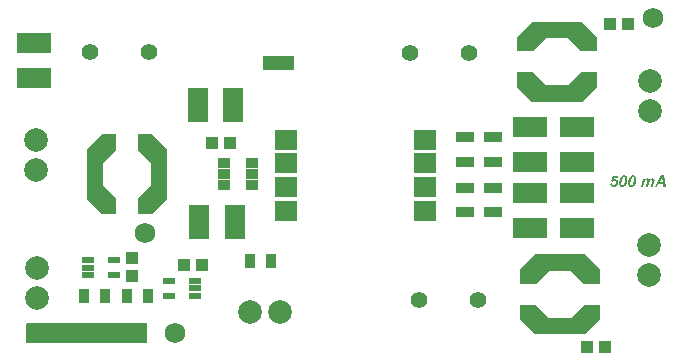
<source format=gts>
G04 Layer_Color=20142*
%FSLAX44Y44*%
%MOMM*%
G71*
G01*
G75*
%ADD12R,4.0000X1.0000*%
%ADD18R,1.0000X4.0000*%
G04:AMPARAMS|DCode=32|XSize=1.0922mm|YSize=1.0922mm|CornerRadius=0.2127mm|HoleSize=0mm|Usage=FLASHONLY|Rotation=180.000|XOffset=0mm|YOffset=0mm|HoleType=Round|Shape=RoundedRectangle|*
%AMROUNDEDRECTD32*
21,1,1.0922,0.6667,0,0,180.0*
21,1,0.6667,1.0922,0,0,180.0*
1,1,0.4254,-0.3334,0.3334*
1,1,0.4254,0.3334,0.3334*
1,1,0.4254,0.3334,-0.3334*
1,1,0.4254,-0.3334,-0.3334*
%
%ADD32ROUNDEDRECTD32*%
%ADD33R,1.9032X1.8032*%
%ADD34R,3.0032X1.7032*%
%ADD35R,1.5532X0.8532*%
%ADD36R,1.1032X0.6032*%
G04:AMPARAMS|DCode=37|XSize=1.0922mm|YSize=1.0922mm|CornerRadius=0.2127mm|HoleSize=0mm|Usage=FLASHONLY|Rotation=90.000|XOffset=0mm|YOffset=0mm|HoleType=Round|Shape=RoundedRectangle|*
%AMROUNDEDRECTD37*
21,1,1.0922,0.6667,0,0,90.0*
21,1,0.6667,1.0922,0,0,90.0*
1,1,0.4254,0.3334,0.3334*
1,1,0.4254,0.3334,-0.3334*
1,1,0.4254,-0.3334,-0.3334*
1,1,0.4254,-0.3334,0.3334*
%
%ADD37ROUNDEDRECTD37*%
%ADD38R,0.9652X1.3032*%
%ADD39R,1.1032X0.8532*%
%ADD40R,1.7032X3.0032*%
%ADD41C,2.0032*%
%ADD42C,1.4032*%
%ADD43C,1.7272*%
G36*
X803452Y924312D02*
X800195D01*
X799758Y922804D01*
X799772D01*
X799801Y922832D01*
X799857Y922846D01*
X799928Y922874D01*
X800111Y922931D01*
X800308Y922987D01*
X800322D01*
X800350Y923001D01*
X800407Y923015D01*
X800491Y923029D01*
X800661Y923044D01*
X800872Y923058D01*
X800985D01*
X801055Y923044D01*
X801154Y923029D01*
X801267Y923015D01*
X801520Y922959D01*
X801802Y922874D01*
X802113Y922733D01*
X802268Y922649D01*
X802423Y922550D01*
X802564Y922437D01*
X802705Y922296D01*
X802719Y922282D01*
X802733Y922268D01*
X802775Y922226D01*
X802817Y922155D01*
X802874Y922085D01*
X802930Y922000D01*
X803001Y921888D01*
X803071Y921761D01*
X803142Y921634D01*
X803212Y921479D01*
X803269Y921310D01*
X803325Y921126D01*
X803410Y920732D01*
X803424Y920506D01*
X803438Y920281D01*
Y920266D01*
Y920238D01*
Y920182D01*
X803424Y920111D01*
Y920013D01*
X803410Y919914D01*
X803395Y919787D01*
X803381Y919646D01*
X803311Y919350D01*
X803226Y919012D01*
X803099Y918645D01*
X802930Y918279D01*
Y918265D01*
X802902Y918236D01*
X802874Y918180D01*
X802831Y918124D01*
X802789Y918039D01*
X802719Y917940D01*
X802564Y917715D01*
X802366Y917475D01*
X802127Y917221D01*
X801845Y916982D01*
X801520Y916770D01*
X801506D01*
X801478Y916742D01*
X801436Y916728D01*
X801365Y916686D01*
X801281Y916644D01*
X801182Y916601D01*
X800957Y916517D01*
X800675Y916418D01*
X800365Y916333D01*
X800026Y916277D01*
X799660Y916249D01*
X799533D01*
X799448Y916263D01*
X799350Y916277D01*
X799223Y916291D01*
X799082Y916319D01*
X798927Y916347D01*
X798602Y916446D01*
X798264Y916587D01*
X798095Y916672D01*
X797926Y916784D01*
X797757Y916897D01*
X797601Y917038D01*
X797587Y917052D01*
X797573Y917081D01*
X797531Y917123D01*
X797475Y917179D01*
X797418Y917264D01*
X797348Y917362D01*
X797277Y917475D01*
X797207Y917616D01*
X797122Y917757D01*
X797052Y917912D01*
X796981Y918095D01*
X796925Y918293D01*
X796869Y918490D01*
X796826Y918716D01*
X796812Y918941D01*
X796798Y919195D01*
X798659Y919364D01*
Y919336D01*
Y919280D01*
X798645Y919209D01*
Y919153D01*
Y919139D01*
Y919125D01*
Y919040D01*
X798659Y918927D01*
X798687Y918772D01*
X798715Y918603D01*
X798772Y918434D01*
X798842Y918279D01*
X798941Y918138D01*
X798955Y918124D01*
X798997Y918081D01*
X799068Y918039D01*
X799152Y917983D01*
X799265Y917912D01*
X799406Y917870D01*
X799561Y917828D01*
X799730Y917813D01*
X799758D01*
X799843Y917828D01*
X799984Y917842D01*
X800139Y917898D01*
X800336Y917969D01*
X800548Y918081D01*
X800759Y918251D01*
X800872Y918349D01*
X800971Y918462D01*
Y918476D01*
X800999Y918490D01*
X801027Y918532D01*
X801055Y918589D01*
X801098Y918645D01*
X801154Y918730D01*
X801253Y918927D01*
X801351Y919181D01*
X801450Y919491D01*
X801506Y919858D01*
X801535Y920266D01*
Y920281D01*
Y920295D01*
Y920379D01*
X801520Y920506D01*
X801492Y920647D01*
X801450Y920816D01*
X801394Y920985D01*
X801323Y921154D01*
X801210Y921295D01*
X801196Y921310D01*
X801154Y921352D01*
X801084Y921408D01*
X800985Y921479D01*
X800872Y921535D01*
X800731Y921591D01*
X800562Y921634D01*
X800379Y921648D01*
X800308D01*
X800238Y921634D01*
X800139Y921620D01*
X800026Y921606D01*
X799913Y921577D01*
X799772Y921521D01*
X799646Y921465D01*
X799632Y921451D01*
X799589Y921436D01*
X799519Y921394D01*
X799434Y921338D01*
X799335Y921267D01*
X799223Y921169D01*
X799110Y921070D01*
X798983Y920943D01*
X797418Y921056D01*
X798898Y926060D01*
X803818D01*
X803452Y924312D01*
D02*
G37*
G36*
X832872Y923636D02*
X833055Y923607D01*
X833267Y923551D01*
X833493Y923466D01*
X833704Y923354D01*
X833887Y923199D01*
X833901Y923185D01*
X833958Y923114D01*
X834042Y923015D01*
X834127Y922874D01*
X834211Y922705D01*
X834296Y922508D01*
X834352Y922268D01*
X834367Y922000D01*
Y921986D01*
Y921930D01*
X834352Y921831D01*
X834338Y921704D01*
X834324Y921535D01*
X834282Y921310D01*
X834240Y921042D01*
X834169Y920732D01*
X833239Y916432D01*
X831350D01*
X832266Y920732D01*
Y920746D01*
X832280Y920774D01*
Y920802D01*
X832294Y920859D01*
X832322Y920999D01*
X832351Y921154D01*
X832379Y921310D01*
X832407Y921465D01*
X832435Y921577D01*
Y921620D01*
Y921648D01*
Y921662D01*
Y921704D01*
X832421Y921747D01*
X832407Y921817D01*
X832365Y921972D01*
X832308Y922043D01*
X832252Y922113D01*
X832238Y922127D01*
X832224Y922141D01*
X832181Y922169D01*
X832125Y922212D01*
X832055Y922240D01*
X831956Y922268D01*
X831857Y922282D01*
X831730Y922296D01*
X831660D01*
X831603Y922282D01*
X831462Y922254D01*
X831293Y922198D01*
X831096Y922113D01*
X830870Y921972D01*
X830758Y921888D01*
X830645Y921789D01*
X830546Y921676D01*
X830433Y921535D01*
X830419Y921507D01*
X830391Y921479D01*
X830363Y921436D01*
X830335Y921366D01*
X830293Y921295D01*
X830236Y921197D01*
X830194Y921098D01*
X830137Y920971D01*
X830081Y920830D01*
X830025Y920675D01*
X829968Y920506D01*
X829898Y920323D01*
X829841Y920111D01*
X829785Y919886D01*
X829729Y919632D01*
X829052Y916432D01*
X827163D01*
X828051Y920689D01*
Y920703D01*
X828065Y920717D01*
X828079Y920816D01*
X828107Y920943D01*
X828136Y921084D01*
X828164Y921253D01*
X828178Y921408D01*
X828206Y921549D01*
Y921648D01*
Y921662D01*
Y921690D01*
X828192Y921747D01*
X828178Y921817D01*
X828121Y921958D01*
X828079Y922043D01*
X828009Y922113D01*
X827995Y922127D01*
X827981Y922141D01*
X827938Y922169D01*
X827882Y922212D01*
X827797Y922240D01*
X827713Y922268D01*
X827614Y922282D01*
X827487Y922296D01*
X827431D01*
X827374Y922282D01*
X827290Y922268D01*
X827191Y922254D01*
X827078Y922212D01*
X826966Y922169D01*
X826839Y922099D01*
X826825Y922085D01*
X826782Y922071D01*
X826712Y922029D01*
X826641Y921972D01*
X826543Y921902D01*
X826444Y921803D01*
X826345Y921704D01*
X826247Y921591D01*
X826233Y921577D01*
X826204Y921535D01*
X826162Y921465D01*
X826106Y921366D01*
X826035Y921253D01*
X825965Y921098D01*
X825894Y920943D01*
X825824Y920760D01*
Y920746D01*
X825810Y920703D01*
X825781Y920633D01*
X825753Y920534D01*
X825725Y920393D01*
X825669Y920196D01*
X825612Y919970D01*
X825584Y919829D01*
X825542Y919674D01*
X824865Y916432D01*
X822976D01*
X824456Y923509D01*
X826247D01*
X826077Y922649D01*
X826092Y922663D01*
X826120Y922691D01*
X826176Y922747D01*
X826261Y922804D01*
X826359Y922888D01*
X826472Y922973D01*
X826599Y923058D01*
X826754Y923156D01*
X827093Y923339D01*
X827459Y923509D01*
X827670Y923565D01*
X827868Y923622D01*
X828093Y923650D01*
X828305Y923664D01*
X828432D01*
X828587Y923650D01*
X828756Y923622D01*
X828953Y923579D01*
X829165Y923523D01*
X829362Y923438D01*
X829531Y923325D01*
X829545Y923311D01*
X829602Y923269D01*
X829672Y923185D01*
X829771Y923086D01*
X829855Y922959D01*
X829954Y922790D01*
X830039Y922621D01*
X830095Y922409D01*
X830109Y922437D01*
X830166Y922494D01*
X830250Y922592D01*
X830363Y922719D01*
X830518Y922860D01*
X830687Y923001D01*
X830899Y923156D01*
X831138Y923297D01*
X831152D01*
X831167Y923311D01*
X831209Y923325D01*
X831265Y923354D01*
X831392Y923410D01*
X831575Y923481D01*
X831787Y923551D01*
X832040Y923607D01*
X832294Y923650D01*
X832576Y923664D01*
X832717D01*
X832872Y923636D01*
D02*
G37*
G36*
X404368Y784098D02*
X302514D01*
Y800354D01*
X303022Y800862D01*
X404368D01*
Y784098D01*
D02*
G37*
G36*
X808794Y926229D02*
X808893Y926215D01*
X809006Y926201D01*
X809288Y926131D01*
X809598Y926032D01*
X809753Y925962D01*
X809922Y925877D01*
X810077Y925778D01*
X810247Y925651D01*
X810402Y925525D01*
X810543Y925369D01*
X810557Y925355D01*
X810571Y925327D01*
X810613Y925285D01*
X810669Y925214D01*
X810726Y925116D01*
X810782Y925017D01*
X810853Y924890D01*
X810937Y924735D01*
X811008Y924566D01*
X811078Y924383D01*
X811135Y924171D01*
X811191Y923960D01*
X811247Y923706D01*
X811290Y923452D01*
X811304Y923170D01*
X811318Y922874D01*
Y922860D01*
Y922804D01*
Y922719D01*
X811304Y922607D01*
Y922480D01*
X811290Y922310D01*
X811276Y922127D01*
X811247Y921916D01*
X811219Y921676D01*
X811177Y921436D01*
X811135Y921169D01*
X811078Y920901D01*
X810937Y920309D01*
X810754Y919688D01*
Y919674D01*
X810726Y919618D01*
X810698Y919533D01*
X810655Y919421D01*
X810599Y919280D01*
X810528Y919110D01*
X810444Y918941D01*
X810359Y918744D01*
X810134Y918335D01*
X809880Y917912D01*
X809584Y917503D01*
X809415Y917306D01*
X809246Y917137D01*
X809232Y917123D01*
X809203Y917095D01*
X809147Y917052D01*
X809077Y916996D01*
X808992Y916925D01*
X808879Y916855D01*
X808766Y916770D01*
X808625Y916700D01*
X808301Y916531D01*
X807949Y916390D01*
X807751Y916333D01*
X807540Y916291D01*
X807328Y916263D01*
X807103Y916249D01*
X806990D01*
X806906Y916263D01*
X806807Y916277D01*
X806694Y916291D01*
X806412Y916361D01*
X806102Y916460D01*
X805947Y916531D01*
X805778Y916615D01*
X805609Y916714D01*
X805454Y916827D01*
X805298Y916954D01*
X805143Y917109D01*
X805129Y917123D01*
X805115Y917151D01*
X805073Y917193D01*
X805031Y917264D01*
X804974Y917362D01*
X804904Y917461D01*
X804833Y917588D01*
X804763Y917743D01*
X804692Y917912D01*
X804622Y918095D01*
X804565Y918293D01*
X804495Y918518D01*
X804453Y918758D01*
X804410Y919012D01*
X804396Y919294D01*
X804382Y919590D01*
Y919604D01*
Y919660D01*
Y919731D01*
X804396Y919844D01*
Y919984D01*
X804410Y920139D01*
X804425Y920323D01*
X804439Y920520D01*
X804467Y920732D01*
X804509Y920971D01*
X804594Y921479D01*
X804706Y922014D01*
X804876Y922578D01*
X804890Y922607D01*
X804904Y922663D01*
X804946Y922762D01*
X804988Y922888D01*
X805045Y923044D01*
X805129Y923213D01*
X805214Y923410D01*
X805313Y923622D01*
X805538Y924073D01*
X805806Y924524D01*
X805947Y924749D01*
X806116Y924961D01*
X806285Y925158D01*
X806454Y925341D01*
X806469Y925355D01*
X806497Y925384D01*
X806553Y925426D01*
X806624Y925482D01*
X806708Y925553D01*
X806821Y925623D01*
X806948Y925708D01*
X807089Y925792D01*
X807399Y925962D01*
X807766Y926103D01*
X807963Y926159D01*
X808160Y926201D01*
X808372Y926229D01*
X808597Y926244D01*
X808710D01*
X808794Y926229D01*
D02*
G37*
G36*
X816379D02*
X816477Y926215D01*
X816590Y926201D01*
X816872Y926131D01*
X817182Y926032D01*
X817337Y925962D01*
X817506Y925877D01*
X817662Y925778D01*
X817831Y925651D01*
X817986Y925525D01*
X818127Y925369D01*
X818141Y925355D01*
X818155Y925327D01*
X818197Y925285D01*
X818254Y925214D01*
X818310Y925116D01*
X818366Y925017D01*
X818437Y924890D01*
X818521Y924735D01*
X818592Y924566D01*
X818662Y924383D01*
X818719Y924171D01*
X818775Y923960D01*
X818832Y923706D01*
X818874Y923452D01*
X818888Y923170D01*
X818902Y922874D01*
Y922860D01*
Y922804D01*
Y922719D01*
X818888Y922607D01*
Y922480D01*
X818874Y922310D01*
X818860Y922127D01*
X818832Y921916D01*
X818803Y921676D01*
X818761Y921436D01*
X818719Y921169D01*
X818662Y920901D01*
X818521Y920309D01*
X818338Y919688D01*
Y919674D01*
X818310Y919618D01*
X818282Y919533D01*
X818240Y919421D01*
X818183Y919280D01*
X818113Y919110D01*
X818028Y918941D01*
X817943Y918744D01*
X817718Y918335D01*
X817464Y917912D01*
X817168Y917503D01*
X816999Y917306D01*
X816830Y917137D01*
X816816Y917123D01*
X816787Y917095D01*
X816731Y917052D01*
X816661Y916996D01*
X816576Y916925D01*
X816463Y916855D01*
X816350Y916770D01*
X816210Y916700D01*
X815885Y916531D01*
X815533Y916390D01*
X815336Y916333D01*
X815124Y916291D01*
X814913Y916263D01*
X814687Y916249D01*
X814574D01*
X814490Y916263D01*
X814391Y916277D01*
X814278Y916291D01*
X813996Y916361D01*
X813686Y916460D01*
X813531Y916531D01*
X813362Y916615D01*
X813193Y916714D01*
X813038Y916827D01*
X812883Y916954D01*
X812728Y917109D01*
X812713Y917123D01*
X812699Y917151D01*
X812657Y917193D01*
X812615Y917264D01*
X812558Y917362D01*
X812488Y917461D01*
X812418Y917588D01*
X812347Y917743D01*
X812277Y917912D01*
X812206Y918095D01*
X812150Y918293D01*
X812079Y918518D01*
X812037Y918758D01*
X811995Y919012D01*
X811981Y919294D01*
X811966Y919590D01*
Y919604D01*
Y919660D01*
Y919731D01*
X811981Y919844D01*
Y919984D01*
X811995Y920139D01*
X812009Y920323D01*
X812023Y920520D01*
X812051Y920732D01*
X812093Y920971D01*
X812178Y921479D01*
X812291Y922014D01*
X812460Y922578D01*
X812474Y922607D01*
X812488Y922663D01*
X812530Y922762D01*
X812572Y922888D01*
X812629Y923044D01*
X812713Y923213D01*
X812798Y923410D01*
X812897Y923622D01*
X813122Y924073D01*
X813390Y924524D01*
X813531Y924749D01*
X813700Y924961D01*
X813869Y925158D01*
X814039Y925341D01*
X814053Y925355D01*
X814081Y925384D01*
X814137Y925426D01*
X814208Y925482D01*
X814292Y925553D01*
X814405Y925623D01*
X814532Y925708D01*
X814673Y925792D01*
X814983Y925962D01*
X815350Y926103D01*
X815547Y926159D01*
X815744Y926201D01*
X815956Y926229D01*
X816181Y926244D01*
X816294D01*
X816379Y926229D01*
D02*
G37*
G36*
X843783Y916432D02*
X841880D01*
X841556Y918589D01*
X837693D01*
X836523Y916432D01*
X834465D01*
X839949Y926187D01*
X842218D01*
X843783Y916432D01*
D02*
G37*
G36*
X788380Y804250D02*
X775630Y791500D01*
X733130D01*
X720380Y804250D01*
Y816500D01*
X734380D01*
X745380Y805500D01*
X763380D01*
X774380Y816500D01*
X788380D01*
Y804250D01*
D02*
G37*
G36*
X421604Y948604D02*
Y906104D01*
X408854Y893354D01*
X396604D01*
Y907354D01*
X407604Y918354D01*
Y936354D01*
X396604Y947354D01*
Y961354D01*
X408854D01*
X421604Y948604D01*
D02*
G37*
G36*
X529082Y1015238D02*
X528828Y1014984D01*
X502666D01*
Y1026922D01*
X529082D01*
Y1015238D01*
D02*
G37*
G36*
X785840Y1001100D02*
X773090Y988350D01*
X730590D01*
X717840Y1001100D01*
Y1013350D01*
X731840D01*
X742840Y1002350D01*
X760840D01*
X771840Y1013350D01*
X785840D01*
Y1001100D01*
D02*
G37*
G36*
X788380Y846750D02*
Y834500D01*
X774380D01*
X763380Y845500D01*
X745380D01*
X734380Y834500D01*
X720380D01*
Y846750D01*
X733130Y859500D01*
X775630D01*
X788380Y846750D01*
D02*
G37*
G36*
X378604Y947354D02*
X367604Y936354D01*
Y918354D01*
X378604Y907354D01*
Y893354D01*
X366354D01*
X353604Y906104D01*
Y948604D01*
X366354Y961354D01*
X378604D01*
Y947354D01*
D02*
G37*
G36*
X785840Y1043600D02*
Y1031350D01*
X771840D01*
X760840Y1042350D01*
X742840D01*
X731840Y1031350D01*
X717840D01*
Y1043600D01*
X730590Y1056350D01*
X773090D01*
X785840Y1043600D01*
D02*
G37*
%LPC*%
G36*
X840738Y924143D02*
X838596Y920224D01*
X841316D01*
X840738Y924143D01*
D02*
G37*
G36*
X816111Y924721D02*
X816083D01*
X816026Y924707D01*
X815928Y924693D01*
X815801Y924665D01*
X815660Y924594D01*
X815505Y924510D01*
X815350Y924397D01*
X815195Y924228D01*
Y924213D01*
X815166Y924199D01*
X815138Y924143D01*
X815096Y924087D01*
X815054Y924002D01*
X814983Y923903D01*
X814927Y923791D01*
X814856Y923650D01*
X814772Y923481D01*
X814687Y923297D01*
X814603Y923100D01*
X814518Y922860D01*
X814433Y922621D01*
X814349Y922339D01*
X814264Y922043D01*
X814180Y921718D01*
Y921704D01*
X814165Y921648D01*
X814151Y921577D01*
X814123Y921465D01*
X814095Y921338D01*
X814067Y921183D01*
X814039Y921013D01*
X814010Y920830D01*
X813940Y920422D01*
X813884Y920013D01*
X813841Y919590D01*
X813827Y919195D01*
Y919181D01*
Y919167D01*
Y919125D01*
Y919068D01*
X813841Y918927D01*
X813855Y918758D01*
X813884Y918575D01*
X813940Y918391D01*
X813996Y918222D01*
X814081Y918081D01*
X814095Y918067D01*
X814123Y918039D01*
X814180Y917983D01*
X814264Y917926D01*
X814349Y917870D01*
X814462Y917813D01*
X814603Y917785D01*
X814743Y917771D01*
X814772D01*
X814828Y917785D01*
X814941Y917799D01*
X815068Y917828D01*
X815209Y917898D01*
X815378Y917983D01*
X815533Y918095D01*
X815702Y918265D01*
Y918279D01*
X815730Y918293D01*
X815759Y918335D01*
X815801Y918406D01*
X815843Y918476D01*
X815899Y918575D01*
X815956Y918702D01*
X816026Y918843D01*
X816111Y918998D01*
X816181Y919195D01*
X816266Y919407D01*
X816350Y919646D01*
X816435Y919914D01*
X816520Y920196D01*
X816604Y920520D01*
X816689Y920873D01*
Y920887D01*
X816703Y920943D01*
X816717Y921028D01*
X816745Y921126D01*
X816773Y921253D01*
X816802Y921408D01*
X816830Y921577D01*
X816872Y921761D01*
X816928Y922155D01*
X816985Y922564D01*
X817027Y922959D01*
X817041Y923156D01*
Y923325D01*
Y923339D01*
Y923354D01*
Y923452D01*
X817027Y923579D01*
X817013Y923734D01*
X816971Y923903D01*
X816928Y924087D01*
X816858Y924242D01*
X816773Y924383D01*
X816759Y924397D01*
X816731Y924439D01*
X816675Y924495D01*
X816590Y924552D01*
X816506Y924608D01*
X816393Y924665D01*
X816252Y924707D01*
X816111Y924721D01*
D02*
G37*
G36*
X808527D02*
X808499D01*
X808442Y924707D01*
X808343Y924693D01*
X808217Y924665D01*
X808076Y924594D01*
X807921Y924510D01*
X807766Y924397D01*
X807610Y924228D01*
Y924213D01*
X807582Y924199D01*
X807554Y924143D01*
X807512Y924087D01*
X807469Y924002D01*
X807399Y923903D01*
X807343Y923791D01*
X807272Y923650D01*
X807188Y923481D01*
X807103Y923297D01*
X807018Y923100D01*
X806934Y922860D01*
X806849Y922621D01*
X806765Y922339D01*
X806680Y922043D01*
X806595Y921718D01*
Y921704D01*
X806581Y921648D01*
X806567Y921577D01*
X806539Y921465D01*
X806511Y921338D01*
X806483Y921183D01*
X806454Y921013D01*
X806426Y920830D01*
X806356Y920422D01*
X806299Y920013D01*
X806257Y919590D01*
X806243Y919195D01*
Y919181D01*
Y919167D01*
Y919125D01*
Y919068D01*
X806257Y918927D01*
X806271Y918758D01*
X806299Y918575D01*
X806356Y918391D01*
X806412Y918222D01*
X806497Y918081D01*
X806511Y918067D01*
X806539Y918039D01*
X806595Y917983D01*
X806680Y917926D01*
X806765Y917870D01*
X806877Y917813D01*
X807018Y917785D01*
X807159Y917771D01*
X807188D01*
X807244Y917785D01*
X807357Y917799D01*
X807484Y917828D01*
X807625Y917898D01*
X807794Y917983D01*
X807949Y918095D01*
X808118Y918265D01*
Y918279D01*
X808146Y918293D01*
X808174Y918335D01*
X808217Y918406D01*
X808259Y918476D01*
X808315Y918575D01*
X808372Y918702D01*
X808442Y918843D01*
X808527Y918998D01*
X808597Y919195D01*
X808682Y919407D01*
X808766Y919646D01*
X808851Y919914D01*
X808935Y920196D01*
X809020Y920520D01*
X809105Y920873D01*
Y920887D01*
X809119Y920943D01*
X809133Y921028D01*
X809161Y921126D01*
X809189Y921253D01*
X809218Y921408D01*
X809246Y921577D01*
X809288Y921761D01*
X809344Y922155D01*
X809401Y922564D01*
X809443Y922959D01*
X809457Y923156D01*
Y923325D01*
Y923339D01*
Y923354D01*
Y923452D01*
X809443Y923579D01*
X809429Y923734D01*
X809387Y923903D01*
X809344Y924087D01*
X809274Y924242D01*
X809189Y924383D01*
X809175Y924397D01*
X809147Y924439D01*
X809091Y924495D01*
X809006Y924552D01*
X808921Y924608D01*
X808809Y924665D01*
X808668Y924707D01*
X808527Y924721D01*
D02*
G37*
%LPD*%
D12*
X754380Y798500D02*
D03*
Y852500D02*
D03*
X751840Y1049350D02*
D03*
Y995350D02*
D03*
D18*
X360604Y927354D02*
D03*
X414604D02*
D03*
D32*
X475234Y953770D02*
D03*
X459994D02*
D03*
X792480Y781050D02*
D03*
X777240D02*
D03*
X796290Y1054100D02*
D03*
X811530D02*
D03*
X436372Y850392D02*
D03*
X451612D02*
D03*
D33*
X640224Y956310D02*
D03*
Y936310D02*
D03*
Y916310D02*
D03*
Y896310D02*
D03*
X522224D02*
D03*
Y916310D02*
D03*
Y936310D02*
D03*
Y956310D02*
D03*
D34*
X728980Y911620D02*
D03*
Y881620D02*
D03*
X768350Y911620D02*
D03*
Y881620D02*
D03*
X728980Y967500D02*
D03*
Y937500D02*
D03*
X768350Y967500D02*
D03*
Y937500D02*
D03*
X308942Y1008366D02*
D03*
Y1038366D02*
D03*
D35*
X673800Y915670D02*
D03*
X697800D02*
D03*
X673800Y895350D02*
D03*
X697800D02*
D03*
Y937260D02*
D03*
X673800D02*
D03*
X697800Y958850D02*
D03*
X673800D02*
D03*
D36*
X445340Y824080D02*
D03*
Y830580D02*
D03*
Y837080D02*
D03*
X423340D02*
D03*
Y824080D02*
D03*
X354639Y854505D02*
D03*
Y848005D02*
D03*
Y841505D02*
D03*
X376639D02*
D03*
Y854505D02*
D03*
D37*
X391922Y855888D02*
D03*
Y840648D02*
D03*
D38*
X351536Y823630D02*
D03*
X369316D02*
D03*
X405384D02*
D03*
X387604D02*
D03*
X509270Y853440D02*
D03*
X491490D02*
D03*
D39*
X493584Y917600D02*
D03*
Y927100D02*
D03*
Y936600D02*
D03*
X469584D02*
D03*
Y927100D02*
D03*
Y917600D02*
D03*
D40*
X447534Y985520D02*
D03*
X477534D02*
D03*
X448804Y886460D02*
D03*
X478804D02*
D03*
D41*
X311097Y822255D02*
D03*
Y847655D02*
D03*
X517398Y810260D02*
D03*
X491998D02*
D03*
X310896Y930910D02*
D03*
Y956310D02*
D03*
X829310Y867410D02*
D03*
Y842010D02*
D03*
X830580Y1005840D02*
D03*
Y980440D02*
D03*
D42*
X356654Y1030478D02*
D03*
X406654D02*
D03*
X626910Y1029970D02*
D03*
X676910D02*
D03*
X685254Y820928D02*
D03*
X635254D02*
D03*
D43*
X402844Y877062D02*
D03*
X427990Y792480D02*
D03*
X833120Y1059180D02*
D03*
M02*

</source>
